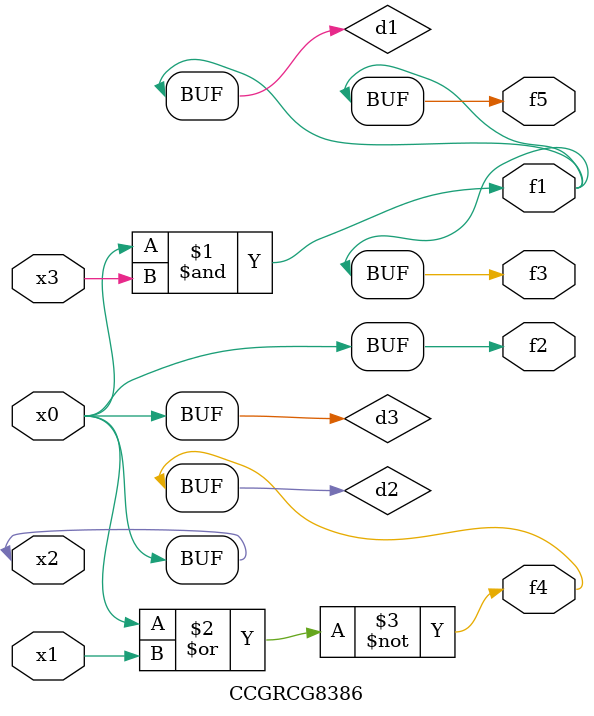
<source format=v>
module CCGRCG8386(
	input x0, x1, x2, x3,
	output f1, f2, f3, f4, f5
);

	wire d1, d2, d3;

	and (d1, x2, x3);
	nor (d2, x0, x1);
	buf (d3, x0, x2);
	assign f1 = d1;
	assign f2 = d3;
	assign f3 = d1;
	assign f4 = d2;
	assign f5 = d1;
endmodule

</source>
